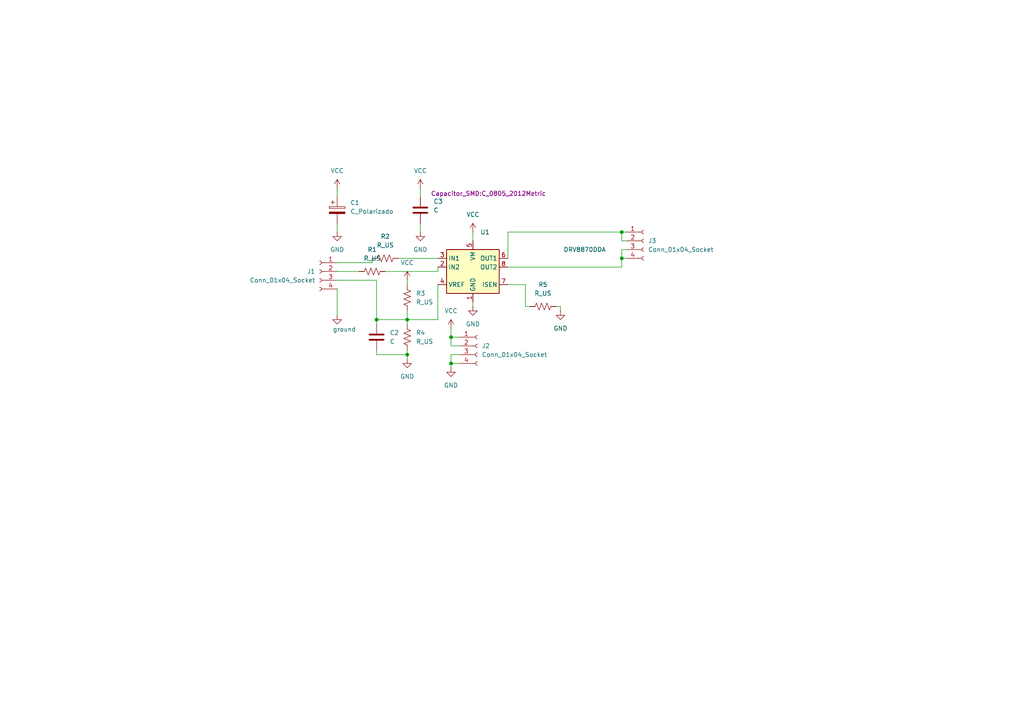
<source format=kicad_sch>
(kicad_sch
	(version 20250114)
	(generator "eeschema")
	(generator_version "9.0")
	(uuid "1ad96fb6-7e52-49d4-a520-d46dcf6507b2")
	(paper "A4")
	(title_block
		(title "JQ_H_Bridge_V1.0")
		(rev "11/20/2025")
		(company "Jhanquelis_SRL")
		(comment 1 "Good")
	)
	(lib_symbols
		(symbol "Connector:Conn_01x04_Socket"
			(pin_names
				(offset 1.016)
				(hide yes)
			)
			(exclude_from_sim no)
			(in_bom yes)
			(on_board yes)
			(property "Reference" "J"
				(at 0 5.08 0)
				(effects
					(font
						(size 1.27 1.27)
					)
				)
			)
			(property "Value" "Conn_01x04_Socket"
				(at 0 -7.62 0)
				(effects
					(font
						(size 1.27 1.27)
					)
				)
			)
			(property "Footprint" ""
				(at 0 0 0)
				(effects
					(font
						(size 1.27 1.27)
					)
					(hide yes)
				)
			)
			(property "Datasheet" "~"
				(at 0 0 0)
				(effects
					(font
						(size 1.27 1.27)
					)
					(hide yes)
				)
			)
			(property "Description" "Generic connector, single row, 01x04, script generated"
				(at 0 0 0)
				(effects
					(font
						(size 1.27 1.27)
					)
					(hide yes)
				)
			)
			(property "ki_locked" ""
				(at 0 0 0)
				(effects
					(font
						(size 1.27 1.27)
					)
				)
			)
			(property "ki_keywords" "connector"
				(at 0 0 0)
				(effects
					(font
						(size 1.27 1.27)
					)
					(hide yes)
				)
			)
			(property "ki_fp_filters" "Connector*:*_1x??_*"
				(at 0 0 0)
				(effects
					(font
						(size 1.27 1.27)
					)
					(hide yes)
				)
			)
			(symbol "Conn_01x04_Socket_1_1"
				(polyline
					(pts
						(xy -1.27 2.54) (xy -0.508 2.54)
					)
					(stroke
						(width 0.1524)
						(type default)
					)
					(fill
						(type none)
					)
				)
				(polyline
					(pts
						(xy -1.27 0) (xy -0.508 0)
					)
					(stroke
						(width 0.1524)
						(type default)
					)
					(fill
						(type none)
					)
				)
				(polyline
					(pts
						(xy -1.27 -2.54) (xy -0.508 -2.54)
					)
					(stroke
						(width 0.1524)
						(type default)
					)
					(fill
						(type none)
					)
				)
				(polyline
					(pts
						(xy -1.27 -5.08) (xy -0.508 -5.08)
					)
					(stroke
						(width 0.1524)
						(type default)
					)
					(fill
						(type none)
					)
				)
				(arc
					(start 0 2.032)
					(mid -0.5058 2.54)
					(end 0 3.048)
					(stroke
						(width 0.1524)
						(type default)
					)
					(fill
						(type none)
					)
				)
				(arc
					(start 0 -0.508)
					(mid -0.5058 0)
					(end 0 0.508)
					(stroke
						(width 0.1524)
						(type default)
					)
					(fill
						(type none)
					)
				)
				(arc
					(start 0 -3.048)
					(mid -0.5058 -2.54)
					(end 0 -2.032)
					(stroke
						(width 0.1524)
						(type default)
					)
					(fill
						(type none)
					)
				)
				(arc
					(start 0 -5.588)
					(mid -0.5058 -5.08)
					(end 0 -4.572)
					(stroke
						(width 0.1524)
						(type default)
					)
					(fill
						(type none)
					)
				)
				(pin passive line
					(at -5.08 2.54 0)
					(length 3.81)
					(name "Pin_1"
						(effects
							(font
								(size 1.27 1.27)
							)
						)
					)
					(number "1"
						(effects
							(font
								(size 1.27 1.27)
							)
						)
					)
				)
				(pin passive line
					(at -5.08 0 0)
					(length 3.81)
					(name "Pin_2"
						(effects
							(font
								(size 1.27 1.27)
							)
						)
					)
					(number "2"
						(effects
							(font
								(size 1.27 1.27)
							)
						)
					)
				)
				(pin passive line
					(at -5.08 -2.54 0)
					(length 3.81)
					(name "Pin_3"
						(effects
							(font
								(size 1.27 1.27)
							)
						)
					)
					(number "3"
						(effects
							(font
								(size 1.27 1.27)
							)
						)
					)
				)
				(pin passive line
					(at -5.08 -5.08 0)
					(length 3.81)
					(name "Pin_4"
						(effects
							(font
								(size 1.27 1.27)
							)
						)
					)
					(number "4"
						(effects
							(font
								(size 1.27 1.27)
							)
						)
					)
				)
			)
			(embedded_fonts no)
		)
		(symbol "Device:C"
			(pin_numbers
				(hide yes)
			)
			(pin_names
				(offset 0.254)
			)
			(exclude_from_sim no)
			(in_bom yes)
			(on_board yes)
			(property "Reference" "C"
				(at 0.635 2.54 0)
				(effects
					(font
						(size 1.27 1.27)
					)
					(justify left)
				)
			)
			(property "Value" "C"
				(at 0.635 -2.54 0)
				(effects
					(font
						(size 1.27 1.27)
					)
					(justify left)
				)
			)
			(property "Footprint" ""
				(at 0.9652 -3.81 0)
				(effects
					(font
						(size 1.27 1.27)
					)
					(hide yes)
				)
			)
			(property "Datasheet" "~"
				(at 0 0 0)
				(effects
					(font
						(size 1.27 1.27)
					)
					(hide yes)
				)
			)
			(property "Description" "Unpolarized capacitor"
				(at 0 0 0)
				(effects
					(font
						(size 1.27 1.27)
					)
					(hide yes)
				)
			)
			(property "ki_keywords" "cap capacitor"
				(at 0 0 0)
				(effects
					(font
						(size 1.27 1.27)
					)
					(hide yes)
				)
			)
			(property "ki_fp_filters" "C_*"
				(at 0 0 0)
				(effects
					(font
						(size 1.27 1.27)
					)
					(hide yes)
				)
			)
			(symbol "C_0_1"
				(polyline
					(pts
						(xy -2.032 0.762) (xy 2.032 0.762)
					)
					(stroke
						(width 0.508)
						(type default)
					)
					(fill
						(type none)
					)
				)
				(polyline
					(pts
						(xy -2.032 -0.762) (xy 2.032 -0.762)
					)
					(stroke
						(width 0.508)
						(type default)
					)
					(fill
						(type none)
					)
				)
			)
			(symbol "C_1_1"
				(pin passive line
					(at 0 3.81 270)
					(length 2.794)
					(name "~"
						(effects
							(font
								(size 1.27 1.27)
							)
						)
					)
					(number "1"
						(effects
							(font
								(size 1.27 1.27)
							)
						)
					)
				)
				(pin passive line
					(at 0 -3.81 90)
					(length 2.794)
					(name "~"
						(effects
							(font
								(size 1.27 1.27)
							)
						)
					)
					(number "2"
						(effects
							(font
								(size 1.27 1.27)
							)
						)
					)
				)
			)
			(embedded_fonts no)
		)
		(symbol "Device:C_Polarized"
			(pin_numbers
				(hide yes)
			)
			(pin_names
				(offset 0.254)
			)
			(exclude_from_sim no)
			(in_bom yes)
			(on_board yes)
			(property "Reference" "C"
				(at 0.635 2.54 0)
				(effects
					(font
						(size 1.27 1.27)
					)
					(justify left)
				)
			)
			(property "Value" "C_Polarized"
				(at 0.635 -2.54 0)
				(effects
					(font
						(size 1.27 1.27)
					)
					(justify left)
				)
			)
			(property "Footprint" ""
				(at 0.9652 -3.81 0)
				(effects
					(font
						(size 1.27 1.27)
					)
					(hide yes)
				)
			)
			(property "Datasheet" "~"
				(at 0 0 0)
				(effects
					(font
						(size 1.27 1.27)
					)
					(hide yes)
				)
			)
			(property "Description" "Polarized capacitor"
				(at 0 0 0)
				(effects
					(font
						(size 1.27 1.27)
					)
					(hide yes)
				)
			)
			(property "ki_keywords" "cap capacitor"
				(at 0 0 0)
				(effects
					(font
						(size 1.27 1.27)
					)
					(hide yes)
				)
			)
			(property "ki_fp_filters" "CP_*"
				(at 0 0 0)
				(effects
					(font
						(size 1.27 1.27)
					)
					(hide yes)
				)
			)
			(symbol "C_Polarized_0_1"
				(rectangle
					(start -2.286 0.508)
					(end 2.286 1.016)
					(stroke
						(width 0)
						(type default)
					)
					(fill
						(type none)
					)
				)
				(polyline
					(pts
						(xy -1.778 2.286) (xy -0.762 2.286)
					)
					(stroke
						(width 0)
						(type default)
					)
					(fill
						(type none)
					)
				)
				(polyline
					(pts
						(xy -1.27 2.794) (xy -1.27 1.778)
					)
					(stroke
						(width 0)
						(type default)
					)
					(fill
						(type none)
					)
				)
				(rectangle
					(start 2.286 -0.508)
					(end -2.286 -1.016)
					(stroke
						(width 0)
						(type default)
					)
					(fill
						(type outline)
					)
				)
			)
			(symbol "C_Polarized_1_1"
				(pin passive line
					(at 0 3.81 270)
					(length 2.794)
					(name "~"
						(effects
							(font
								(size 1.27 1.27)
							)
						)
					)
					(number "1"
						(effects
							(font
								(size 1.27 1.27)
							)
						)
					)
				)
				(pin passive line
					(at 0 -3.81 90)
					(length 2.794)
					(name "~"
						(effects
							(font
								(size 1.27 1.27)
							)
						)
					)
					(number "2"
						(effects
							(font
								(size 1.27 1.27)
							)
						)
					)
				)
			)
			(embedded_fonts no)
		)
		(symbol "Device:R_US"
			(pin_numbers
				(hide yes)
			)
			(pin_names
				(offset 0)
			)
			(exclude_from_sim no)
			(in_bom yes)
			(on_board yes)
			(property "Reference" "R"
				(at 2.54 0 90)
				(effects
					(font
						(size 1.27 1.27)
					)
				)
			)
			(property "Value" "R_US"
				(at -2.54 0 90)
				(effects
					(font
						(size 1.27 1.27)
					)
				)
			)
			(property "Footprint" ""
				(at 1.016 -0.254 90)
				(effects
					(font
						(size 1.27 1.27)
					)
					(hide yes)
				)
			)
			(property "Datasheet" "~"
				(at 0 0 0)
				(effects
					(font
						(size 1.27 1.27)
					)
					(hide yes)
				)
			)
			(property "Description" "Resistor, US symbol"
				(at 0 0 0)
				(effects
					(font
						(size 1.27 1.27)
					)
					(hide yes)
				)
			)
			(property "ki_keywords" "R res resistor"
				(at 0 0 0)
				(effects
					(font
						(size 1.27 1.27)
					)
					(hide yes)
				)
			)
			(property "ki_fp_filters" "R_*"
				(at 0 0 0)
				(effects
					(font
						(size 1.27 1.27)
					)
					(hide yes)
				)
			)
			(symbol "R_US_0_1"
				(polyline
					(pts
						(xy 0 2.286) (xy 0 2.54)
					)
					(stroke
						(width 0)
						(type default)
					)
					(fill
						(type none)
					)
				)
				(polyline
					(pts
						(xy 0 2.286) (xy 1.016 1.905) (xy 0 1.524) (xy -1.016 1.143) (xy 0 0.762)
					)
					(stroke
						(width 0)
						(type default)
					)
					(fill
						(type none)
					)
				)
				(polyline
					(pts
						(xy 0 0.762) (xy 1.016 0.381) (xy 0 0) (xy -1.016 -0.381) (xy 0 -0.762)
					)
					(stroke
						(width 0)
						(type default)
					)
					(fill
						(type none)
					)
				)
				(polyline
					(pts
						(xy 0 -0.762) (xy 1.016 -1.143) (xy 0 -1.524) (xy -1.016 -1.905) (xy 0 -2.286)
					)
					(stroke
						(width 0)
						(type default)
					)
					(fill
						(type none)
					)
				)
				(polyline
					(pts
						(xy 0 -2.286) (xy 0 -2.54)
					)
					(stroke
						(width 0)
						(type default)
					)
					(fill
						(type none)
					)
				)
			)
			(symbol "R_US_1_1"
				(pin passive line
					(at 0 3.81 270)
					(length 1.27)
					(name "~"
						(effects
							(font
								(size 1.27 1.27)
							)
						)
					)
					(number "1"
						(effects
							(font
								(size 1.27 1.27)
							)
						)
					)
				)
				(pin passive line
					(at 0 -3.81 90)
					(length 1.27)
					(name "~"
						(effects
							(font
								(size 1.27 1.27)
							)
						)
					)
					(number "2"
						(effects
							(font
								(size 1.27 1.27)
							)
						)
					)
				)
			)
			(embedded_fonts no)
		)
		(symbol "Driver_Motor:DRV8870DDA"
			(exclude_from_sim no)
			(in_bom yes)
			(on_board yes)
			(property "Reference" "U"
				(at -6.35 6.35 0)
				(effects
					(font
						(size 1.27 1.27)
					)
				)
			)
			(property "Value" "DRV8870DDA"
				(at 8.89 6.35 0)
				(effects
					(font
						(size 1.27 1.27)
					)
				)
			)
			(property "Footprint" "Package_SO:Texas_HTSOP-8-1EP_3.9x4.9mm_P1.27mm_EP2.95x4.9mm_Mask2.4x3.1mm_ThermalVias"
				(at 2.54 -2.54 0)
				(effects
					(font
						(size 1.27 1.27)
					)
					(hide yes)
				)
			)
			(property "Datasheet" "http://www.ti.com/lit/ds/symlink/drv8870.pdf"
				(at -6.35 8.89 0)
				(effects
					(font
						(size 1.27 1.27)
					)
					(hide yes)
				)
			)
			(property "Description" "Brushed DC Motor Driver, PWM Control, 45V, 3.6A, Dynamic current limiting, HTSOP-8"
				(at 0 0 0)
				(effects
					(font
						(size 1.27 1.27)
					)
					(hide yes)
				)
			)
			(property "ki_keywords" "H-bridge driver motor current limit"
				(at 0 0 0)
				(effects
					(font
						(size 1.27 1.27)
					)
					(hide yes)
				)
			)
			(property "ki_fp_filters" "Texas*HTSOP*1EP*3.9x4.9mm*P1.27mm*EP2.95x4.9mm*Mask2.4x3.1mm*"
				(at 0 0 0)
				(effects
					(font
						(size 1.27 1.27)
					)
					(hide yes)
				)
			)
			(symbol "DRV8870DDA_0_1"
				(rectangle
					(start -7.62 5.08)
					(end 7.62 -7.62)
					(stroke
						(width 0.254)
						(type default)
					)
					(fill
						(type background)
					)
				)
			)
			(symbol "DRV8870DDA_1_1"
				(pin input line
					(at -10.16 2.54 0)
					(length 2.54)
					(name "IN1"
						(effects
							(font
								(size 1.27 1.27)
							)
						)
					)
					(number "3"
						(effects
							(font
								(size 1.27 1.27)
							)
						)
					)
				)
				(pin input line
					(at -10.16 0 0)
					(length 2.54)
					(name "IN2"
						(effects
							(font
								(size 1.27 1.27)
							)
						)
					)
					(number "2"
						(effects
							(font
								(size 1.27 1.27)
							)
						)
					)
				)
				(pin input line
					(at -10.16 -5.08 0)
					(length 2.54)
					(name "VREF"
						(effects
							(font
								(size 1.27 1.27)
							)
						)
					)
					(number "4"
						(effects
							(font
								(size 1.27 1.27)
							)
						)
					)
				)
				(pin power_in line
					(at 0 7.62 270)
					(length 2.54)
					(name "VM"
						(effects
							(font
								(size 1.27 1.27)
							)
						)
					)
					(number "5"
						(effects
							(font
								(size 1.27 1.27)
							)
						)
					)
				)
				(pin power_in line
					(at 0 -10.16 90)
					(length 2.54)
					(name "GND"
						(effects
							(font
								(size 1.27 1.27)
							)
						)
					)
					(number "1"
						(effects
							(font
								(size 1.27 1.27)
							)
						)
					)
				)
				(pin passive line
					(at 0 -10.16 90)
					(length 2.54)
					(hide yes)
					(name "GND"
						(effects
							(font
								(size 1.27 1.27)
							)
						)
					)
					(number "9"
						(effects
							(font
								(size 1.27 1.27)
							)
						)
					)
				)
				(pin output line
					(at 10.16 2.54 180)
					(length 2.54)
					(name "OUT1"
						(effects
							(font
								(size 1.27 1.27)
							)
						)
					)
					(number "6"
						(effects
							(font
								(size 1.27 1.27)
							)
						)
					)
				)
				(pin output line
					(at 10.16 0 180)
					(length 2.54)
					(name "OUT2"
						(effects
							(font
								(size 1.27 1.27)
							)
						)
					)
					(number "8"
						(effects
							(font
								(size 1.27 1.27)
							)
						)
					)
				)
				(pin passive line
					(at 10.16 -5.08 180)
					(length 2.54)
					(name "ISEN"
						(effects
							(font
								(size 1.27 1.27)
							)
						)
					)
					(number "7"
						(effects
							(font
								(size 1.27 1.27)
							)
						)
					)
				)
			)
			(embedded_fonts no)
		)
		(symbol "power:GND"
			(power)
			(pin_numbers
				(hide yes)
			)
			(pin_names
				(offset 0)
				(hide yes)
			)
			(exclude_from_sim no)
			(in_bom yes)
			(on_board yes)
			(property "Reference" "#PWR"
				(at 0 -6.35 0)
				(effects
					(font
						(size 1.27 1.27)
					)
					(hide yes)
				)
			)
			(property "Value" "GND"
				(at 0 -3.81 0)
				(effects
					(font
						(size 1.27 1.27)
					)
				)
			)
			(property "Footprint" ""
				(at 0 0 0)
				(effects
					(font
						(size 1.27 1.27)
					)
					(hide yes)
				)
			)
			(property "Datasheet" ""
				(at 0 0 0)
				(effects
					(font
						(size 1.27 1.27)
					)
					(hide yes)
				)
			)
			(property "Description" "Power symbol creates a global label with name \"GND\" , ground"
				(at 0 0 0)
				(effects
					(font
						(size 1.27 1.27)
					)
					(hide yes)
				)
			)
			(property "ki_keywords" "global power"
				(at 0 0 0)
				(effects
					(font
						(size 1.27 1.27)
					)
					(hide yes)
				)
			)
			(symbol "GND_0_1"
				(polyline
					(pts
						(xy 0 0) (xy 0 -1.27) (xy 1.27 -1.27) (xy 0 -2.54) (xy -1.27 -1.27) (xy 0 -1.27)
					)
					(stroke
						(width 0)
						(type default)
					)
					(fill
						(type none)
					)
				)
			)
			(symbol "GND_1_1"
				(pin power_in line
					(at 0 0 270)
					(length 0)
					(name "~"
						(effects
							(font
								(size 1.27 1.27)
							)
						)
					)
					(number "1"
						(effects
							(font
								(size 1.27 1.27)
							)
						)
					)
				)
			)
			(embedded_fonts no)
		)
		(symbol "power:VCC"
			(power)
			(pin_numbers
				(hide yes)
			)
			(pin_names
				(offset 0)
				(hide yes)
			)
			(exclude_from_sim no)
			(in_bom yes)
			(on_board yes)
			(property "Reference" "#PWR"
				(at 0 -3.81 0)
				(effects
					(font
						(size 1.27 1.27)
					)
					(hide yes)
				)
			)
			(property "Value" "VCC"
				(at 0 3.556 0)
				(effects
					(font
						(size 1.27 1.27)
					)
				)
			)
			(property "Footprint" ""
				(at 0 0 0)
				(effects
					(font
						(size 1.27 1.27)
					)
					(hide yes)
				)
			)
			(property "Datasheet" ""
				(at 0 0 0)
				(effects
					(font
						(size 1.27 1.27)
					)
					(hide yes)
				)
			)
			(property "Description" "Power symbol creates a global label with name \"VCC\""
				(at 0 0 0)
				(effects
					(font
						(size 1.27 1.27)
					)
					(hide yes)
				)
			)
			(property "ki_keywords" "global power"
				(at 0 0 0)
				(effects
					(font
						(size 1.27 1.27)
					)
					(hide yes)
				)
			)
			(symbol "VCC_0_1"
				(polyline
					(pts
						(xy -0.762 1.27) (xy 0 2.54)
					)
					(stroke
						(width 0)
						(type default)
					)
					(fill
						(type none)
					)
				)
				(polyline
					(pts
						(xy 0 2.54) (xy 0.762 1.27)
					)
					(stroke
						(width 0)
						(type default)
					)
					(fill
						(type none)
					)
				)
				(polyline
					(pts
						(xy 0 0) (xy 0 2.54)
					)
					(stroke
						(width 0)
						(type default)
					)
					(fill
						(type none)
					)
				)
			)
			(symbol "VCC_1_1"
				(pin power_in line
					(at 0 0 90)
					(length 0)
					(name "~"
						(effects
							(font
								(size 1.27 1.27)
							)
						)
					)
					(number "1"
						(effects
							(font
								(size 1.27 1.27)
							)
						)
					)
				)
			)
			(embedded_fonts no)
		)
	)
	(junction
		(at 118.11 92.71)
		(diameter 0)
		(color 0 0 0 0)
		(uuid "01a1b2d6-d674-4ce6-b638-62790900f89a")
	)
	(junction
		(at 180.34 74.93)
		(diameter 0)
		(color 0 0 0 0)
		(uuid "1b894a7b-620d-43f1-80a9-9e37b6055066")
	)
	(junction
		(at 130.81 97.79)
		(diameter 0)
		(color 0 0 0 0)
		(uuid "21e19ee7-8290-4825-92bf-8398dbf927c7")
	)
	(junction
		(at 109.22 92.71)
		(diameter 0)
		(color 0 0 0 0)
		(uuid "3d03570b-202b-4405-8652-7582656e0944")
	)
	(junction
		(at 130.81 105.41)
		(diameter 0)
		(color 0 0 0 0)
		(uuid "69298804-aaaa-48a0-9a17-e7eb72ac6a28")
	)
	(junction
		(at 118.11 102.87)
		(diameter 0)
		(color 0 0 0 0)
		(uuid "89960ba8-e962-451d-a476-977e6b919fad")
	)
	(junction
		(at 180.34 67.31)
		(diameter 0)
		(color 0 0 0 0)
		(uuid "d805b82a-f296-4957-8da7-49fee0f39c2e")
	)
	(wire
		(pts
			(xy 130.81 95.25) (xy 130.81 97.79)
		)
		(stroke
			(width 0)
			(type default)
		)
		(uuid "01cb1a05-17eb-4ebb-8dde-0c5e282107d2")
	)
	(wire
		(pts
			(xy 130.81 97.79) (xy 130.81 100.33)
		)
		(stroke
			(width 0)
			(type default)
		)
		(uuid "051c6f1c-32d3-4837-a4ba-bb99d5b1bab4")
	)
	(wire
		(pts
			(xy 97.79 64.77) (xy 97.79 67.31)
		)
		(stroke
			(width 0)
			(type default)
		)
		(uuid "0da89491-886f-430c-80cb-f070d2c9f07a")
	)
	(wire
		(pts
			(xy 152.4 82.55) (xy 147.32 82.55)
		)
		(stroke
			(width 0)
			(type default)
		)
		(uuid "15b3db59-d421-4c26-8fb2-e3fc54c90836")
	)
	(wire
		(pts
			(xy 147.32 77.47) (xy 180.34 77.47)
		)
		(stroke
			(width 0)
			(type default)
		)
		(uuid "1ae0bb28-d711-485a-924a-d0289157e743")
	)
	(wire
		(pts
			(xy 130.81 105.41) (xy 130.81 106.68)
		)
		(stroke
			(width 0)
			(type default)
		)
		(uuid "2501ebcd-b125-4f05-a092-d86be3d9367f")
	)
	(wire
		(pts
			(xy 147.32 67.31) (xy 180.34 67.31)
		)
		(stroke
			(width 0)
			(type default)
		)
		(uuid "2d63d70f-1451-4885-a1d7-1ffa3e0d9a44")
	)
	(wire
		(pts
			(xy 181.61 72.39) (xy 180.34 72.39)
		)
		(stroke
			(width 0)
			(type default)
		)
		(uuid "302e387f-ec09-4770-9e70-347afddc2f03")
	)
	(wire
		(pts
			(xy 118.11 81.28) (xy 118.11 82.55)
		)
		(stroke
			(width 0)
			(type default)
		)
		(uuid "3108a87c-f823-442e-861d-4c01296cdb99")
	)
	(wire
		(pts
			(xy 115.57 74.93) (xy 127 74.93)
		)
		(stroke
			(width 0)
			(type default)
		)
		(uuid "360c3add-1b28-4c73-8c20-dc1f67c3351a")
	)
	(wire
		(pts
			(xy 118.11 102.87) (xy 118.11 104.14)
		)
		(stroke
			(width 0)
			(type default)
		)
		(uuid "41276ae3-ba56-417c-9462-e7a1889a5df6")
	)
	(wire
		(pts
			(xy 118.11 90.17) (xy 118.11 92.71)
		)
		(stroke
			(width 0)
			(type default)
		)
		(uuid "4562b4b3-e97c-4126-b7ed-ad5df1896bb0")
	)
	(wire
		(pts
			(xy 147.32 67.31) (xy 147.32 74.93)
		)
		(stroke
			(width 0)
			(type default)
		)
		(uuid "47fb36c9-f80e-4f8d-85d0-4a3d34f3bda4")
	)
	(wire
		(pts
			(xy 162.56 88.9) (xy 162.56 90.17)
		)
		(stroke
			(width 0)
			(type default)
		)
		(uuid "4908fabb-80c0-4d9e-a6da-2c4fea24f715")
	)
	(wire
		(pts
			(xy 107.95 76.2) (xy 107.95 74.93)
		)
		(stroke
			(width 0)
			(type default)
		)
		(uuid "50de8b0a-3614-417b-92f6-6d6070436cd5")
	)
	(wire
		(pts
			(xy 109.22 92.71) (xy 109.22 93.98)
		)
		(stroke
			(width 0)
			(type default)
		)
		(uuid "561bd380-f710-40ff-9301-562462903987")
	)
	(wire
		(pts
			(xy 121.92 54.61) (xy 121.92 57.15)
		)
		(stroke
			(width 0)
			(type default)
		)
		(uuid "56f02cc3-b46f-4ab8-83c3-e631b14cbc02")
	)
	(wire
		(pts
			(xy 97.79 76.2) (xy 107.95 76.2)
		)
		(stroke
			(width 0)
			(type default)
		)
		(uuid "5faca62c-3140-4dc6-9f37-92dd4ac680dd")
	)
	(wire
		(pts
			(xy 121.92 64.77) (xy 121.92 67.31)
		)
		(stroke
			(width 0)
			(type default)
		)
		(uuid "603b57b7-20f7-44ba-a66d-6449bce1e252")
	)
	(wire
		(pts
			(xy 97.79 83.82) (xy 97.79 91.44)
		)
		(stroke
			(width 0)
			(type default)
		)
		(uuid "6acee138-2df6-4ef0-a9d8-57a43efed539")
	)
	(wire
		(pts
			(xy 109.22 102.87) (xy 118.11 102.87)
		)
		(stroke
			(width 0)
			(type default)
		)
		(uuid "6c3f376b-1516-4a35-9c12-d8d0bd7b75a8")
	)
	(wire
		(pts
			(xy 161.29 88.9) (xy 162.56 88.9)
		)
		(stroke
			(width 0)
			(type default)
		)
		(uuid "6fb126cd-533c-4783-8b39-a7c2b6c3df2f")
	)
	(wire
		(pts
			(xy 180.34 69.85) (xy 181.61 69.85)
		)
		(stroke
			(width 0)
			(type default)
		)
		(uuid "6fd77378-f9c7-481f-846f-d64884cacf23")
	)
	(wire
		(pts
			(xy 118.11 92.71) (xy 118.11 93.98)
		)
		(stroke
			(width 0)
			(type default)
		)
		(uuid "7331d050-a77c-45da-a9d3-321439c61136")
	)
	(wire
		(pts
			(xy 133.35 105.41) (xy 130.81 105.41)
		)
		(stroke
			(width 0)
			(type default)
		)
		(uuid "735aba22-2f8b-4da3-9381-91f9e71d41f5")
	)
	(wire
		(pts
			(xy 180.34 67.31) (xy 180.34 69.85)
		)
		(stroke
			(width 0)
			(type default)
		)
		(uuid "775b5832-92e2-4cd9-80d6-e93fd9170b7a")
	)
	(wire
		(pts
			(xy 118.11 101.6) (xy 118.11 102.87)
		)
		(stroke
			(width 0)
			(type default)
		)
		(uuid "8d25bb8c-641f-4e2e-ab96-daf2c2b251f1")
	)
	(wire
		(pts
			(xy 109.22 81.28) (xy 109.22 92.71)
		)
		(stroke
			(width 0)
			(type default)
		)
		(uuid "8e47b495-7dc1-45c1-9627-9605e0ee49a1")
	)
	(wire
		(pts
			(xy 137.16 67.31) (xy 137.16 69.85)
		)
		(stroke
			(width 0)
			(type default)
		)
		(uuid "97d8d8f5-dec8-4b68-8bdb-c5ba3b82588b")
	)
	(wire
		(pts
			(xy 133.35 102.87) (xy 130.81 102.87)
		)
		(stroke
			(width 0)
			(type default)
		)
		(uuid "a854080b-2b43-46cb-84da-0930a65d3837")
	)
	(wire
		(pts
			(xy 127 82.55) (xy 127 92.71)
		)
		(stroke
			(width 0)
			(type default)
		)
		(uuid "ab58aede-c4ba-4195-8491-ef8e2acbe96c")
	)
	(wire
		(pts
			(xy 127 92.71) (xy 118.11 92.71)
		)
		(stroke
			(width 0)
			(type default)
		)
		(uuid "ac084fbb-8b18-4474-af81-ce379292c86a")
	)
	(wire
		(pts
			(xy 127 78.74) (xy 127 77.47)
		)
		(stroke
			(width 0)
			(type default)
		)
		(uuid "aef7d2fb-9408-4487-be5d-8586178b157b")
	)
	(wire
		(pts
			(xy 152.4 88.9) (xy 152.4 82.55)
		)
		(stroke
			(width 0)
			(type default)
		)
		(uuid "b0fd9fc3-ddcf-408e-84f0-a4cd2796dc1b")
	)
	(wire
		(pts
			(xy 180.34 67.31) (xy 181.61 67.31)
		)
		(stroke
			(width 0)
			(type default)
		)
		(uuid "b74dc0f7-bde5-48dc-93b0-592e45f08652")
	)
	(wire
		(pts
			(xy 97.79 81.28) (xy 109.22 81.28)
		)
		(stroke
			(width 0)
			(type default)
		)
		(uuid "be2208ca-1f34-431a-9464-75f83ee1c896")
	)
	(wire
		(pts
			(xy 180.34 74.93) (xy 180.34 77.47)
		)
		(stroke
			(width 0)
			(type default)
		)
		(uuid "bed7aaa4-931f-4120-9708-44a7ecb91e11")
	)
	(wire
		(pts
			(xy 133.35 97.79) (xy 130.81 97.79)
		)
		(stroke
			(width 0)
			(type default)
		)
		(uuid "c22e94a9-689b-491a-948f-862e4bead6d1")
	)
	(wire
		(pts
			(xy 109.22 101.6) (xy 109.22 102.87)
		)
		(stroke
			(width 0)
			(type default)
		)
		(uuid "cc61a9ac-1b7d-4c9d-b2b2-87e11c20a4fd")
	)
	(wire
		(pts
			(xy 97.79 54.61) (xy 97.79 57.15)
		)
		(stroke
			(width 0)
			(type default)
		)
		(uuid "d00ac59c-2e23-4956-837e-5f7fb978922b")
	)
	(wire
		(pts
			(xy 111.76 78.74) (xy 127 78.74)
		)
		(stroke
			(width 0)
			(type default)
		)
		(uuid "dd9d9981-b90c-4809-945e-e3f27bf0e910")
	)
	(wire
		(pts
			(xy 130.81 100.33) (xy 133.35 100.33)
		)
		(stroke
			(width 0)
			(type default)
		)
		(uuid "de8030ff-f2f5-4dd8-97ac-20549eb77995")
	)
	(wire
		(pts
			(xy 130.81 102.87) (xy 130.81 105.41)
		)
		(stroke
			(width 0)
			(type default)
		)
		(uuid "e105118c-e99b-428c-a7f7-92bf5b359c41")
	)
	(wire
		(pts
			(xy 97.79 78.74) (xy 104.14 78.74)
		)
		(stroke
			(width 0)
			(type default)
		)
		(uuid "e26ae6fd-93ee-4a2a-b6c1-a55e76e887d6")
	)
	(wire
		(pts
			(xy 152.4 88.9) (xy 153.67 88.9)
		)
		(stroke
			(width 0)
			(type default)
		)
		(uuid "eab8171c-3fb9-42d9-901c-e576bb1e3a03")
	)
	(wire
		(pts
			(xy 180.34 74.93) (xy 181.61 74.93)
		)
		(stroke
			(width 0)
			(type default)
		)
		(uuid "ead99d49-75d2-44f5-b71f-9d8da500e59d")
	)
	(wire
		(pts
			(xy 109.22 92.71) (xy 118.11 92.71)
		)
		(stroke
			(width 0)
			(type default)
		)
		(uuid "f27dd18f-0b09-429d-a21e-25fa815dad5c")
	)
	(wire
		(pts
			(xy 137.16 87.63) (xy 137.16 88.9)
		)
		(stroke
			(width 0)
			(type default)
		)
		(uuid "f9b90622-396b-43e1-b2c9-ece3d33800a8")
	)
	(wire
		(pts
			(xy 180.34 72.39) (xy 180.34 74.93)
		)
		(stroke
			(width 0)
			(type default)
		)
		(uuid "fb279a63-7bc8-4485-abdf-ade92a28cd30")
	)
	(symbol
		(lib_id "power:VCC")
		(at 121.92 54.61 0)
		(unit 1)
		(exclude_from_sim no)
		(in_bom yes)
		(on_board yes)
		(dnp no)
		(fields_autoplaced yes)
		(uuid "02bd734b-6dd0-4b9f-9835-6a25af64eeff")
		(property "Reference" "#PWR03"
			(at 121.92 58.42 0)
			(effects
				(font
					(size 1.27 1.27)
				)
				(hide yes)
			)
		)
		(property "Value" "VCC"
			(at 121.92 49.53 0)
			(effects
				(font
					(size 1.27 1.27)
				)
			)
		)
		(property "Footprint" ""
			(at 121.92 54.61 0)
			(effects
				(font
					(size 1.27 1.27)
				)
				(hide yes)
			)
		)
		(property "Datasheet" ""
			(at 121.92 54.61 0)
			(effects
				(font
					(size 1.27 1.27)
				)
				(hide yes)
			)
		)
		(property "Description" "Power symbol creates a global label with name \"VCC\""
			(at 121.92 54.61 0)
			(effects
				(font
					(size 1.27 1.27)
				)
				(hide yes)
			)
		)
		(pin "1"
			(uuid "2f80438b-2a13-432b-9c33-cb95ced648f8")
		)
		(instances
			(project "puente h"
				(path "/1ad96fb6-7e52-49d4-a520-d46dcf6507b2"
					(reference "#PWR03")
					(unit 1)
				)
			)
		)
	)
	(symbol
		(lib_id "Driver_Motor:DRV8870DDA")
		(at 137.16 77.47 0)
		(unit 1)
		(exclude_from_sim no)
		(in_bom yes)
		(on_board yes)
		(dnp no)
		(uuid "086000a8-0715-42c6-8c50-321aa636e51e")
		(property "Reference" "U1"
			(at 139.3033 67.31 0)
			(effects
				(font
					(size 1.27 1.27)
				)
				(justify left)
			)
		)
		(property "Value" "DRV8870DDA"
			(at 163.4333 72.39 0)
			(effects
				(font
					(size 1.27 1.27)
				)
				(justify left)
			)
		)
		(property "Footprint" "Package_SO:Texas_HTSOP-8-1EP_3.9x4.9mm_P1.27mm_EP2.95x4.9mm_Mask2.4x3.1mm_ThermalVias"
			(at 139.7 80.01 0)
			(effects
				(font
					(size 1.27 1.27)
				)
				(hide yes)
			)
		)
		(property "Datasheet" "http://www.ti.com/lit/ds/symlink/drv8870.pdf"
			(at 130.81 68.58 0)
			(effects
				(font
					(size 1.27 1.27)
				)
				(hide yes)
			)
		)
		(property "Description" "Brushed DC Motor Driver, PWM Control, 45V, 3.6A, Dynamic current limiting, HTSOP-8"
			(at 137.16 77.47 0)
			(effects
				(font
					(size 1.27 1.27)
				)
				(hide yes)
			)
		)
		(pin "3"
			(uuid "0575f7b0-3b55-4ad6-a308-e9405f1f62c5")
		)
		(pin "2"
			(uuid "720cb812-6ab8-4f06-a5a7-c80db4a27973")
		)
		(pin "5"
			(uuid "1008bca4-63d7-4a04-a5c3-6dd3f28284fb")
		)
		(pin "4"
			(uuid "57f15823-193c-42eb-9792-a228dc786bc6")
		)
		(pin "1"
			(uuid "44b1c14a-2c6b-489d-8fd7-49c9144d16ea")
		)
		(pin "8"
			(uuid "ab247967-381b-4ef6-80ca-ac495407b6a4")
		)
		(pin "6"
			(uuid "a35040ff-fd25-4c83-bd47-07a1172d9fc0")
		)
		(pin "9"
			(uuid "001bc237-9ea3-4fb8-9b33-25c2d00e4068")
		)
		(pin "7"
			(uuid "51db7fac-acf0-4b22-ba62-0d4743c81aab")
		)
		(instances
			(project ""
				(path "/1ad96fb6-7e52-49d4-a520-d46dcf6507b2"
					(reference "U1")
					(unit 1)
				)
			)
		)
	)
	(symbol
		(lib_id "Device:C")
		(at 121.92 60.96 0)
		(unit 1)
		(exclude_from_sim no)
		(in_bom yes)
		(on_board yes)
		(dnp no)
		(uuid "12ab5a23-bde2-42e2-91e2-db1be1068578")
		(property "Reference" "C3"
			(at 125.73 58.4199 0)
			(effects
				(font
					(size 1.27 1.27)
				)
				(justify left)
			)
		)
		(property "Value" "C"
			(at 125.73 60.9599 0)
			(effects
				(font
					(size 1.27 1.27)
				)
				(justify left)
			)
		)
		(property "Footprint" "Capacitor_SMD:C_0805_2012Metric"
			(at 124.968 56.134 0)
			(effects
				(font
					(size 1.27 1.27)
				)
				(justify left)
			)
		)
		(property "Datasheet" "~"
			(at 121.92 60.96 0)
			(effects
				(font
					(size 1.27 1.27)
				)
				(hide yes)
			)
		)
		(property "Description" "Unpolarized capacitor"
			(at 121.92 60.96 0)
			(effects
				(font
					(size 1.27 1.27)
				)
				(hide yes)
			)
		)
		(pin "2"
			(uuid "9cd76c05-848e-4d44-bb9f-0a7da0f2d42e")
		)
		(pin "1"
			(uuid "0d5fdf83-66cd-49ca-a4de-ac3208e3a1d2")
		)
		(instances
			(project ""
				(path "/1ad96fb6-7e52-49d4-a520-d46dcf6507b2"
					(reference "C3")
					(unit 1)
				)
			)
		)
	)
	(symbol
		(lib_id "Connector:Conn_01x04_Socket")
		(at 186.69 69.85 0)
		(unit 1)
		(exclude_from_sim no)
		(in_bom yes)
		(on_board yes)
		(dnp no)
		(fields_autoplaced yes)
		(uuid "1a2ad77b-1f54-4df1-a8de-2bb7586efeaf")
		(property "Reference" "J3"
			(at 187.96 69.8499 0)
			(effects
				(font
					(size 1.27 1.27)
				)
				(justify left)
			)
		)
		(property "Value" "Conn_01x04_Socket"
			(at 187.96 72.3899 0)
			(effects
				(font
					(size 1.27 1.27)
				)
				(justify left)
			)
		)
		(property "Footprint" "Connector_PinSocket_1.00mm:PinSocket_1x04_P1.00mm_Vertical"
			(at 186.69 69.85 0)
			(effects
				(font
					(size 1.27 1.27)
				)
				(hide yes)
			)
		)
		(property "Datasheet" "~"
			(at 186.69 69.85 0)
			(effects
				(font
					(size 1.27 1.27)
				)
				(hide yes)
			)
		)
		(property "Description" "Generic connector, single row, 01x04, script generated"
			(at 186.69 69.85 0)
			(effects
				(font
					(size 1.27 1.27)
				)
				(hide yes)
			)
		)
		(pin "3"
			(uuid "cdf7e82a-ab3a-41d1-ba52-b8d679c0c48f")
		)
		(pin "1"
			(uuid "ff8ed2a2-b0b5-42e2-9e6f-375c166b4e57")
		)
		(pin "2"
			(uuid "056c3122-edb6-48f1-bd32-fd9499da50bd")
		)
		(pin "4"
			(uuid "ee4255ca-f992-432e-8573-8f345be04e5d")
		)
		(instances
			(project ""
				(path "/1ad96fb6-7e52-49d4-a520-d46dcf6507b2"
					(reference "J3")
					(unit 1)
				)
			)
		)
	)
	(symbol
		(lib_id "power:GND")
		(at 97.79 67.31 0)
		(unit 1)
		(exclude_from_sim no)
		(in_bom yes)
		(on_board yes)
		(dnp no)
		(fields_autoplaced yes)
		(uuid "28320bfb-2206-4339-8c09-965e13b38d1d")
		(property "Reference" "#PWR02"
			(at 97.79 73.66 0)
			(effects
				(font
					(size 1.27 1.27)
				)
				(hide yes)
			)
		)
		(property "Value" "GND"
			(at 97.79 72.39 0)
			(effects
				(font
					(size 1.27 1.27)
				)
			)
		)
		(property "Footprint" ""
			(at 97.79 67.31 0)
			(effects
				(font
					(size 1.27 1.27)
				)
				(hide yes)
			)
		)
		(property "Datasheet" ""
			(at 97.79 67.31 0)
			(effects
				(font
					(size 1.27 1.27)
				)
				(hide yes)
			)
		)
		(property "Description" "Power symbol creates a global label with name \"GND\" , ground"
			(at 97.79 67.31 0)
			(effects
				(font
					(size 1.27 1.27)
				)
				(hide yes)
			)
		)
		(pin "1"
			(uuid "3b12be60-245b-45b0-aecd-b88cc0b91403")
		)
		(instances
			(project ""
				(path "/1ad96fb6-7e52-49d4-a520-d46dcf6507b2"
					(reference "#PWR02")
					(unit 1)
				)
			)
		)
	)
	(symbol
		(lib_id "power:GND")
		(at 97.79 91.44 0)
		(unit 1)
		(exclude_from_sim no)
		(in_bom yes)
		(on_board yes)
		(dnp no)
		(uuid "337d81b5-a905-4bfe-823b-6552cd6972a0")
		(property "Reference" "#PWR07"
			(at 97.79 97.79 0)
			(effects
				(font
					(size 1.27 1.27)
				)
				(hide yes)
			)
		)
		(property "Value" "ground"
			(at 96.52 95.504 0)
			(effects
				(font
					(size 1.27 1.27)
				)
				(justify left)
			)
		)
		(property "Footprint" ""
			(at 97.79 91.44 0)
			(effects
				(font
					(size 1.27 1.27)
				)
				(hide yes)
			)
		)
		(property "Datasheet" ""
			(at 97.79 91.44 0)
			(effects
				(font
					(size 1.27 1.27)
				)
				(hide yes)
			)
		)
		(property "Description" "Power symbol creates a global label with name \"GND\" , ground"
			(at 97.79 91.44 0)
			(effects
				(font
					(size 1.27 1.27)
				)
				(hide yes)
			)
		)
		(pin "1"
			(uuid "8cd06d1f-0a39-4856-a630-8c3cf7ca8363")
		)
		(instances
			(project "puente h"
				(path "/1ad96fb6-7e52-49d4-a520-d46dcf6507b2"
					(reference "#PWR07")
					(unit 1)
				)
			)
		)
	)
	(symbol
		(lib_id "Connector:Conn_01x04_Socket")
		(at 138.43 100.33 0)
		(unit 1)
		(exclude_from_sim no)
		(in_bom yes)
		(on_board yes)
		(dnp no)
		(fields_autoplaced yes)
		(uuid "428b32d8-dc68-4393-b95c-13abb4c5c517")
		(property "Reference" "J2"
			(at 139.7 100.3299 0)
			(effects
				(font
					(size 1.27 1.27)
				)
				(justify left)
			)
		)
		(property "Value" "Conn_01x04_Socket"
			(at 139.7 102.8699 0)
			(effects
				(font
					(size 1.27 1.27)
				)
				(justify left)
			)
		)
		(property "Footprint" "Connector_PinSocket_1.00mm:PinSocket_1x04_P1.00mm_Vertical"
			(at 138.43 100.33 0)
			(effects
				(font
					(size 1.27 1.27)
				)
				(hide yes)
			)
		)
		(property "Datasheet" "~"
			(at 138.43 100.33 0)
			(effects
				(font
					(size 1.27 1.27)
				)
				(hide yes)
			)
		)
		(property "Description" "Generic connector, single row, 01x04, script generated"
			(at 138.43 100.33 0)
			(effects
				(font
					(size 1.27 1.27)
				)
				(hide yes)
			)
		)
		(pin "3"
			(uuid "411ff55d-12bd-4706-be93-ade5d9de6f1b")
		)
		(pin "1"
			(uuid "a584bbd3-e866-4991-a400-cc183f96cd6b")
		)
		(pin "2"
			(uuid "2f9c5735-0edf-4ef2-bb76-8b69e4effd2c")
		)
		(pin "4"
			(uuid "e6a9d7fb-7e4b-4629-a35d-d805a0de0c28")
		)
		(instances
			(project "puente h"
				(path "/1ad96fb6-7e52-49d4-a520-d46dcf6507b2"
					(reference "J2")
					(unit 1)
				)
			)
		)
	)
	(symbol
		(lib_id "Device:C_Polarized")
		(at 97.79 60.96 0)
		(unit 1)
		(exclude_from_sim no)
		(in_bom yes)
		(on_board yes)
		(dnp no)
		(fields_autoplaced yes)
		(uuid "436a1374-375c-48a6-a7c5-e0391fccad71")
		(property "Reference" "C1"
			(at 101.6 58.8009 0)
			(effects
				(font
					(size 1.27 1.27)
				)
				(justify left)
			)
		)
		(property "Value" "C_Polarizado"
			(at 101.6 61.3409 0)
			(effects
				(font
					(size 1.27 1.27)
				)
				(justify left)
			)
		)
		(property "Footprint" "Capacitor_SMD:CP_Elec_8x10.5"
			(at 98.7552 64.77 0)
			(effects
				(font
					(size 1.27 1.27)
				)
				(hide yes)
			)
		)
		(property "Datasheet" "~"
			(at 97.79 60.96 0)
			(effects
				(font
					(size 1.27 1.27)
				)
				(hide yes)
			)
		)
		(property "Description" "Polarized capacitor"
			(at 97.79 60.96 0)
			(effects
				(font
					(size 1.27 1.27)
				)
				(hide yes)
			)
		)
		(pin "2"
			(uuid "4c9d40d3-dc2d-42a6-b7c0-53e447035e87")
		)
		(pin "1"
			(uuid "e3b45922-b011-4989-8a06-b57c753dd0e3")
		)
		(instances
			(project ""
				(path "/1ad96fb6-7e52-49d4-a520-d46dcf6507b2"
					(reference "C1")
					(unit 1)
				)
			)
		)
	)
	(symbol
		(lib_id "power:GND")
		(at 118.11 104.14 0)
		(unit 1)
		(exclude_from_sim no)
		(in_bom yes)
		(on_board yes)
		(dnp no)
		(fields_autoplaced yes)
		(uuid "51588723-1e97-4614-9a41-36c90780c756")
		(property "Reference" "#PWR011"
			(at 118.11 110.49 0)
			(effects
				(font
					(size 1.27 1.27)
				)
				(hide yes)
			)
		)
		(property "Value" "GND"
			(at 118.11 109.22 0)
			(effects
				(font
					(size 1.27 1.27)
				)
			)
		)
		(property "Footprint" ""
			(at 118.11 104.14 0)
			(effects
				(font
					(size 1.27 1.27)
				)
				(hide yes)
			)
		)
		(property "Datasheet" ""
			(at 118.11 104.14 0)
			(effects
				(font
					(size 1.27 1.27)
				)
				(hide yes)
			)
		)
		(property "Description" "Power symbol creates a global label with name \"GND\" , ground"
			(at 118.11 104.14 0)
			(effects
				(font
					(size 1.27 1.27)
				)
				(hide yes)
			)
		)
		(pin "1"
			(uuid "44af8587-a10b-4de8-b11e-5797424a12a5")
		)
		(instances
			(project "puente h"
				(path "/1ad96fb6-7e52-49d4-a520-d46dcf6507b2"
					(reference "#PWR011")
					(unit 1)
				)
			)
		)
	)
	(symbol
		(lib_id "Connector:Conn_01x04_Socket")
		(at 92.71 78.74 0)
		(mirror y)
		(unit 1)
		(exclude_from_sim no)
		(in_bom yes)
		(on_board yes)
		(dnp no)
		(uuid "59ba18f1-fb77-4d96-b4fc-3aed28f3c55f")
		(property "Reference" "J1"
			(at 91.44 78.7399 0)
			(effects
				(font
					(size 1.27 1.27)
				)
				(justify left)
			)
		)
		(property "Value" "Conn_01x04_Socket"
			(at 91.44 81.2799 0)
			(effects
				(font
					(size 1.27 1.27)
				)
				(justify left)
			)
		)
		(property "Footprint" "Connector_PinSocket_1.00mm:PinSocket_1x04_P1.00mm_Vertical"
			(at 92.71 78.74 0)
			(effects
				(font
					(size 1.27 1.27)
				)
				(hide yes)
			)
		)
		(property "Datasheet" "~"
			(at 92.71 78.74 0)
			(effects
				(font
					(size 1.27 1.27)
				)
				(hide yes)
			)
		)
		(property "Description" "Generic connector, single row, 01x04, script generated"
			(at 92.71 78.74 0)
			(effects
				(font
					(size 1.27 1.27)
				)
				(hide yes)
			)
		)
		(pin "3"
			(uuid "bcf4c562-2049-4da2-a8cd-d58399c8f7f9")
		)
		(pin "1"
			(uuid "76793b01-e66b-4798-92e9-87e6101f6f9f")
		)
		(pin "2"
			(uuid "815f9ef1-91e7-4bd0-8137-a07d90ca448c")
		)
		(pin "4"
			(uuid "89196252-ae71-4499-b83a-68b46b2e03ea")
		)
		(instances
			(project "puente h"
				(path "/1ad96fb6-7e52-49d4-a520-d46dcf6507b2"
					(reference "J1")
					(unit 1)
				)
			)
		)
	)
	(symbol
		(lib_id "Device:R_US")
		(at 157.48 88.9 90)
		(unit 1)
		(exclude_from_sim no)
		(in_bom yes)
		(on_board yes)
		(dnp no)
		(fields_autoplaced yes)
		(uuid "6a22fbaa-f623-46a4-a7c2-c9c67ebee99b")
		(property "Reference" "R5"
			(at 157.48 82.55 90)
			(effects
				(font
					(size 1.27 1.27)
				)
			)
		)
		(property "Value" "R_US"
			(at 157.48 85.09 90)
			(effects
				(font
					(size 1.27 1.27)
				)
			)
		)
		(property "Footprint" "Resistor_SMD:R_1206_3216Metric"
			(at 157.734 87.884 90)
			(effects
				(font
					(size 1.27 1.27)
				)
				(hide yes)
			)
		)
		(property "Datasheet" "~"
			(at 157.48 88.9 0)
			(effects
				(font
					(size 1.27 1.27)
				)
				(hide yes)
			)
		)
		(property "Description" "Resistor, US symbol"
			(at 157.48 88.9 0)
			(effects
				(font
					(size 1.27 1.27)
				)
				(hide yes)
			)
		)
		(pin "1"
			(uuid "5af6b824-15c8-40a4-9044-bb3f7420a11d")
		)
		(pin "2"
			(uuid "14587d31-f02e-4759-8807-48213342d38a")
		)
		(instances
			(project "puente h"
				(path "/1ad96fb6-7e52-49d4-a520-d46dcf6507b2"
					(reference "R5")
					(unit 1)
				)
			)
		)
	)
	(symbol
		(lib_id "Device:R_US")
		(at 111.76 74.93 90)
		(unit 1)
		(exclude_from_sim no)
		(in_bom yes)
		(on_board yes)
		(dnp no)
		(fields_autoplaced yes)
		(uuid "6d67f2e2-ebb7-478e-9e32-d1a3611ee59a")
		(property "Reference" "R2"
			(at 111.76 68.58 90)
			(effects
				(font
					(size 1.27 1.27)
				)
			)
		)
		(property "Value" "R_US"
			(at 111.76 71.12 90)
			(effects
				(font
					(size 1.27 1.27)
				)
			)
		)
		(property "Footprint" "Resistor_SMD:R_0805_2012Metric"
			(at 112.014 73.914 90)
			(effects
				(font
					(size 1.27 1.27)
				)
				(hide yes)
			)
		)
		(property "Datasheet" "~"
			(at 111.76 74.93 0)
			(effects
				(font
					(size 1.27 1.27)
				)
				(hide yes)
			)
		)
		(property "Description" "Resistor, US symbol"
			(at 111.76 74.93 0)
			(effects
				(font
					(size 1.27 1.27)
				)
				(hide yes)
			)
		)
		(pin "1"
			(uuid "6f673524-d990-4034-9062-776c919409d3")
		)
		(pin "2"
			(uuid "adb8faa7-c838-4f0d-ac0f-2a883a48819c")
		)
		(instances
			(project ""
				(path "/1ad96fb6-7e52-49d4-a520-d46dcf6507b2"
					(reference "R2")
					(unit 1)
				)
			)
		)
	)
	(symbol
		(lib_id "power:GND")
		(at 121.92 67.31 0)
		(unit 1)
		(exclude_from_sim no)
		(in_bom yes)
		(on_board yes)
		(dnp no)
		(fields_autoplaced yes)
		(uuid "78b64d7d-68cf-4c3e-b3b3-2845bbdae1f6")
		(property "Reference" "#PWR04"
			(at 121.92 73.66 0)
			(effects
				(font
					(size 1.27 1.27)
				)
				(hide yes)
			)
		)
		(property "Value" "GND"
			(at 121.92 72.39 0)
			(effects
				(font
					(size 1.27 1.27)
				)
			)
		)
		(property "Footprint" ""
			(at 121.92 67.31 0)
			(effects
				(font
					(size 1.27 1.27)
				)
				(hide yes)
			)
		)
		(property "Datasheet" ""
			(at 121.92 67.31 0)
			(effects
				(font
					(size 1.27 1.27)
				)
				(hide yes)
			)
		)
		(property "Description" "Power symbol creates a global label with name \"GND\" , ground"
			(at 121.92 67.31 0)
			(effects
				(font
					(size 1.27 1.27)
				)
				(hide yes)
			)
		)
		(pin "1"
			(uuid "a9f3f2ae-ca13-485a-86d3-218df1239651")
		)
		(instances
			(project "puente h"
				(path "/1ad96fb6-7e52-49d4-a520-d46dcf6507b2"
					(reference "#PWR04")
					(unit 1)
				)
			)
		)
	)
	(symbol
		(lib_id "power:GND")
		(at 130.81 106.68 0)
		(unit 1)
		(exclude_from_sim no)
		(in_bom yes)
		(on_board yes)
		(dnp no)
		(fields_autoplaced yes)
		(uuid "9b4f9ee1-c87a-48f5-85ad-307a906007fb")
		(property "Reference" "#PWR09"
			(at 130.81 113.03 0)
			(effects
				(font
					(size 1.27 1.27)
				)
				(hide yes)
			)
		)
		(property "Value" "GND"
			(at 130.81 111.76 0)
			(effects
				(font
					(size 1.27 1.27)
				)
			)
		)
		(property "Footprint" ""
			(at 130.81 106.68 0)
			(effects
				(font
					(size 1.27 1.27)
				)
				(hide yes)
			)
		)
		(property "Datasheet" ""
			(at 130.81 106.68 0)
			(effects
				(font
					(size 1.27 1.27)
				)
				(hide yes)
			)
		)
		(property "Description" "Power symbol creates a global label with name \"GND\" , ground"
			(at 130.81 106.68 0)
			(effects
				(font
					(size 1.27 1.27)
				)
				(hide yes)
			)
		)
		(pin "1"
			(uuid "914f0dfb-a91d-4959-a05b-33907bae7f4c")
		)
		(instances
			(project "puente h"
				(path "/1ad96fb6-7e52-49d4-a520-d46dcf6507b2"
					(reference "#PWR09")
					(unit 1)
				)
			)
		)
	)
	(symbol
		(lib_id "Device:R_US")
		(at 118.11 86.36 180)
		(unit 1)
		(exclude_from_sim no)
		(in_bom yes)
		(on_board yes)
		(dnp no)
		(fields_autoplaced yes)
		(uuid "a46d29f7-adbc-458b-8cb4-f5970618b221")
		(property "Reference" "R3"
			(at 120.65 85.0899 0)
			(effects
				(font
					(size 1.27 1.27)
				)
				(justify right)
			)
		)
		(property "Value" "R_US"
			(at 120.65 87.6299 0)
			(effects
				(font
					(size 1.27 1.27)
				)
				(justify right)
			)
		)
		(property "Footprint" "Resistor_SMD:R_0805_2012Metric"
			(at 117.094 86.106 90)
			(effects
				(font
					(size 1.27 1.27)
				)
				(hide yes)
			)
		)
		(property "Datasheet" "~"
			(at 118.11 86.36 0)
			(effects
				(font
					(size 1.27 1.27)
				)
				(hide yes)
			)
		)
		(property "Description" "Resistor, US symbol"
			(at 118.11 86.36 0)
			(effects
				(font
					(size 1.27 1.27)
				)
				(hide yes)
			)
		)
		(pin "1"
			(uuid "d19fb5c3-f7e7-4753-84fb-c7c45d4661e0")
		)
		(pin "2"
			(uuid "a1d52cd3-1a43-4ca1-987b-40ea361d42b0")
		)
		(instances
			(project "puente h"
				(path "/1ad96fb6-7e52-49d4-a520-d46dcf6507b2"
					(reference "R3")
					(unit 1)
				)
			)
		)
	)
	(symbol
		(lib_id "Device:C")
		(at 109.22 97.79 0)
		(unit 1)
		(exclude_from_sim no)
		(in_bom yes)
		(on_board yes)
		(dnp no)
		(fields_autoplaced yes)
		(uuid "a9c24ad4-369a-4407-9316-ef4b05860472")
		(property "Reference" "C2"
			(at 113.03 96.5199 0)
			(effects
				(font
					(size 1.27 1.27)
				)
				(justify left)
			)
		)
		(property "Value" "C"
			(at 113.03 99.0599 0)
			(effects
				(font
					(size 1.27 1.27)
				)
				(justify left)
			)
		)
		(property "Footprint" "Capacitor_SMD:C_0805_2012Metric"
			(at 110.1852 101.6 0)
			(effects
				(font
					(size 1.27 1.27)
				)
				(hide yes)
			)
		)
		(property "Datasheet" "~"
			(at 109.22 97.79 0)
			(effects
				(font
					(size 1.27 1.27)
				)
				(hide yes)
			)
		)
		(property "Description" "Unpolarized capacitor"
			(at 109.22 97.79 0)
			(effects
				(font
					(size 1.27 1.27)
				)
				(hide yes)
			)
		)
		(pin "2"
			(uuid "c2735dcd-6b9f-449b-8ea4-df8770dad23e")
		)
		(pin "1"
			(uuid "a3086883-3c57-4347-b00c-3a503bed9876")
		)
		(instances
			(project "puente h"
				(path "/1ad96fb6-7e52-49d4-a520-d46dcf6507b2"
					(reference "C2")
					(unit 1)
				)
			)
		)
	)
	(symbol
		(lib_id "power:VCC")
		(at 137.16 67.31 0)
		(unit 1)
		(exclude_from_sim no)
		(in_bom yes)
		(on_board yes)
		(dnp no)
		(fields_autoplaced yes)
		(uuid "aad2f261-3e8c-4dba-bbe9-075ce6da91f7")
		(property "Reference" "#PWR05"
			(at 137.16 71.12 0)
			(effects
				(font
					(size 1.27 1.27)
				)
				(hide yes)
			)
		)
		(property "Value" "VCC"
			(at 137.16 62.23 0)
			(effects
				(font
					(size 1.27 1.27)
				)
			)
		)
		(property "Footprint" ""
			(at 137.16 67.31 0)
			(effects
				(font
					(size 1.27 1.27)
				)
				(hide yes)
			)
		)
		(property "Datasheet" ""
			(at 137.16 67.31 0)
			(effects
				(font
					(size 1.27 1.27)
				)
				(hide yes)
			)
		)
		(property "Description" "Power symbol creates a global label with name \"VCC\""
			(at 137.16 67.31 0)
			(effects
				(font
					(size 1.27 1.27)
				)
				(hide yes)
			)
		)
		(pin "1"
			(uuid "07c0a99f-0121-4114-9dff-6fb294c48e75")
		)
		(instances
			(project "puente h"
				(path "/1ad96fb6-7e52-49d4-a520-d46dcf6507b2"
					(reference "#PWR05")
					(unit 1)
				)
			)
		)
	)
	(symbol
		(lib_id "Device:R_US")
		(at 107.95 78.74 90)
		(unit 1)
		(exclude_from_sim no)
		(in_bom yes)
		(on_board yes)
		(dnp no)
		(fields_autoplaced yes)
		(uuid "be9079e5-2175-4325-a04b-a93273cfafe1")
		(property "Reference" "R1"
			(at 107.95 72.39 90)
			(effects
				(font
					(size 1.27 1.27)
				)
			)
		)
		(property "Value" "R_US"
			(at 107.95 74.93 90)
			(effects
				(font
					(size 1.27 1.27)
				)
			)
		)
		(property "Footprint" "Resistor_SMD:R_0805_2012Metric"
			(at 108.204 77.724 90)
			(effects
				(font
					(size 1.27 1.27)
				)
				(hide yes)
			)
		)
		(property "Datasheet" "~"
			(at 107.95 78.74 0)
			(effects
				(font
					(size 1.27 1.27)
				)
				(hide yes)
			)
		)
		(property "Description" "Resistor, US symbol"
			(at 107.95 78.74 0)
			(effects
				(font
					(size 1.27 1.27)
				)
				(hide yes)
			)
		)
		(pin "1"
			(uuid "548c90ca-da8e-4f82-b035-52a1e21aae43")
		)
		(pin "2"
			(uuid "993dd6ec-fc0a-4ff7-8bc4-0be97f8864d2")
		)
		(instances
			(project "puente h"
				(path "/1ad96fb6-7e52-49d4-a520-d46dcf6507b2"
					(reference "R1")
					(unit 1)
				)
			)
		)
	)
	(symbol
		(lib_id "Device:R_US")
		(at 118.11 97.79 180)
		(unit 1)
		(exclude_from_sim no)
		(in_bom yes)
		(on_board yes)
		(dnp no)
		(fields_autoplaced yes)
		(uuid "cf411967-1c74-42ee-b1fb-446571f219f1")
		(property "Reference" "R4"
			(at 120.65 96.5199 0)
			(effects
				(font
					(size 1.27 1.27)
				)
				(justify right)
			)
		)
		(property "Value" "R_US"
			(at 120.65 99.0599 0)
			(effects
				(font
					(size 1.27 1.27)
				)
				(justify right)
			)
		)
		(property "Footprint" "Resistor_SMD:R_0805_2012Metric"
			(at 117.094 97.536 90)
			(effects
				(font
					(size 1.27 1.27)
				)
				(hide yes)
			)
		)
		(property "Datasheet" "~"
			(at 118.11 97.79 0)
			(effects
				(font
					(size 1.27 1.27)
				)
				(hide yes)
			)
		)
		(property "Description" "Resistor, US symbol"
			(at 118.11 97.79 0)
			(effects
				(font
					(size 1.27 1.27)
				)
				(hide yes)
			)
		)
		(pin "1"
			(uuid "1827d9b7-be70-469a-ad87-406b1be9eb93")
		)
		(pin "2"
			(uuid "97d397e6-174a-4081-aa18-29476f8cac06")
		)
		(instances
			(project "puente h"
				(path "/1ad96fb6-7e52-49d4-a520-d46dcf6507b2"
					(reference "R4")
					(unit 1)
				)
			)
		)
	)
	(symbol
		(lib_id "power:VCC")
		(at 97.79 54.61 0)
		(unit 1)
		(exclude_from_sim no)
		(in_bom yes)
		(on_board yes)
		(dnp no)
		(fields_autoplaced yes)
		(uuid "d0ca8bda-a261-4647-8449-206dc917d448")
		(property "Reference" "#PWR01"
			(at 97.79 58.42 0)
			(effects
				(font
					(size 1.27 1.27)
				)
				(hide yes)
			)
		)
		(property "Value" "VCC"
			(at 97.79 49.53 0)
			(effects
				(font
					(size 1.27 1.27)
				)
			)
		)
		(property "Footprint" ""
			(at 97.79 54.61 0)
			(effects
				(font
					(size 1.27 1.27)
				)
				(hide yes)
			)
		)
		(property "Datasheet" ""
			(at 97.79 54.61 0)
			(effects
				(font
					(size 1.27 1.27)
				)
				(hide yes)
			)
		)
		(property "Description" "Power symbol creates a global label with name \"VCC\""
			(at 97.79 54.61 0)
			(effects
				(font
					(size 1.27 1.27)
				)
				(hide yes)
			)
		)
		(pin "1"
			(uuid "e3fc1ff3-7829-4d12-a0e2-fe6fe2035de9")
		)
		(instances
			(project ""
				(path "/1ad96fb6-7e52-49d4-a520-d46dcf6507b2"
					(reference "#PWR01")
					(unit 1)
				)
			)
		)
	)
	(symbol
		(lib_id "power:GND")
		(at 137.16 88.9 0)
		(unit 1)
		(exclude_from_sim no)
		(in_bom yes)
		(on_board yes)
		(dnp no)
		(fields_autoplaced yes)
		(uuid "e8ac303a-cc72-4a96-98e2-60b865911a3f")
		(property "Reference" "#PWR06"
			(at 137.16 95.25 0)
			(effects
				(font
					(size 1.27 1.27)
				)
				(hide yes)
			)
		)
		(property "Value" "GND"
			(at 137.16 93.98 0)
			(effects
				(font
					(size 1.27 1.27)
				)
			)
		)
		(property "Footprint" ""
			(at 137.16 88.9 0)
			(effects
				(font
					(size 1.27 1.27)
				)
				(hide yes)
			)
		)
		(property "Datasheet" ""
			(at 137.16 88.9 0)
			(effects
				(font
					(size 1.27 1.27)
				)
				(hide yes)
			)
		)
		(property "Description" "Power symbol creates a global label with name \"GND\" , ground"
			(at 137.16 88.9 0)
			(effects
				(font
					(size 1.27 1.27)
				)
				(hide yes)
			)
		)
		(pin "1"
			(uuid "767c4719-bc2d-4787-9788-0ad9c3f2b2ef")
		)
		(instances
			(project "puente h"
				(path "/1ad96fb6-7e52-49d4-a520-d46dcf6507b2"
					(reference "#PWR06")
					(unit 1)
				)
			)
		)
	)
	(symbol
		(lib_id "power:VCC")
		(at 118.11 81.28 0)
		(unit 1)
		(exclude_from_sim no)
		(in_bom yes)
		(on_board yes)
		(dnp no)
		(fields_autoplaced yes)
		(uuid "ed00d233-49a2-4a0d-bcbb-cee4f3c6da1e")
		(property "Reference" "#PWR010"
			(at 118.11 85.09 0)
			(effects
				(font
					(size 1.27 1.27)
				)
				(hide yes)
			)
		)
		(property "Value" "VCC"
			(at 118.11 76.2 0)
			(effects
				(font
					(size 1.27 1.27)
				)
			)
		)
		(property "Footprint" ""
			(at 118.11 81.28 0)
			(effects
				(font
					(size 1.27 1.27)
				)
				(hide yes)
			)
		)
		(property "Datasheet" ""
			(at 118.11 81.28 0)
			(effects
				(font
					(size 1.27 1.27)
				)
				(hide yes)
			)
		)
		(property "Description" "Power symbol creates a global label with name \"VCC\""
			(at 118.11 81.28 0)
			(effects
				(font
					(size 1.27 1.27)
				)
				(hide yes)
			)
		)
		(pin "1"
			(uuid "10cb0461-4333-44f9-aec4-25adf6c41e43")
		)
		(instances
			(project "puente h"
				(path "/1ad96fb6-7e52-49d4-a520-d46dcf6507b2"
					(reference "#PWR010")
					(unit 1)
				)
			)
		)
	)
	(symbol
		(lib_id "power:VCC")
		(at 130.81 95.25 0)
		(unit 1)
		(exclude_from_sim no)
		(in_bom yes)
		(on_board yes)
		(dnp no)
		(fields_autoplaced yes)
		(uuid "f9766463-2fc8-423b-8a0e-f2553e2baa0e")
		(property "Reference" "#PWR08"
			(at 130.81 99.06 0)
			(effects
				(font
					(size 1.27 1.27)
				)
				(hide yes)
			)
		)
		(property "Value" "VCC"
			(at 130.81 90.17 0)
			(effects
				(font
					(size 1.27 1.27)
				)
			)
		)
		(property "Footprint" ""
			(at 130.81 95.25 0)
			(effects
				(font
					(size 1.27 1.27)
				)
				(hide yes)
			)
		)
		(property "Datasheet" ""
			(at 130.81 95.25 0)
			(effects
				(font
					(size 1.27 1.27)
				)
				(hide yes)
			)
		)
		(property "Description" "Power symbol creates a global label with name \"VCC\""
			(at 130.81 95.25 0)
			(effects
				(font
					(size 1.27 1.27)
				)
				(hide yes)
			)
		)
		(pin "1"
			(uuid "958a674f-cae6-44cf-902f-4b7619417d6f")
		)
		(instances
			(project "puente h"
				(path "/1ad96fb6-7e52-49d4-a520-d46dcf6507b2"
					(reference "#PWR08")
					(unit 1)
				)
			)
		)
	)
	(symbol
		(lib_id "power:GND")
		(at 162.56 90.17 0)
		(unit 1)
		(exclude_from_sim no)
		(in_bom yes)
		(on_board yes)
		(dnp no)
		(fields_autoplaced yes)
		(uuid "fa10d2ca-19c4-481e-9b72-7eed9d9149b1")
		(property "Reference" "#PWR012"
			(at 162.56 96.52 0)
			(effects
				(font
					(size 1.27 1.27)
				)
				(hide yes)
			)
		)
		(property "Value" "GND"
			(at 162.56 95.25 0)
			(effects
				(font
					(size 1.27 1.27)
				)
			)
		)
		(property "Footprint" ""
			(at 162.56 90.17 0)
			(effects
				(font
					(size 1.27 1.27)
				)
				(hide yes)
			)
		)
		(property "Datasheet" ""
			(at 162.56 90.17 0)
			(effects
				(font
					(size 1.27 1.27)
				)
				(hide yes)
			)
		)
		(property "Description" "Power symbol creates a global label with name \"GND\" , ground"
			(at 162.56 90.17 0)
			(effects
				(font
					(size 1.27 1.27)
				)
				(hide yes)
			)
		)
		(pin "1"
			(uuid "ccb977a9-af63-4c9c-8b47-64d806444db5")
		)
		(instances
			(project "puente h"
				(path "/1ad96fb6-7e52-49d4-a520-d46dcf6507b2"
					(reference "#PWR012")
					(unit 1)
				)
			)
		)
	)
	(sheet_instances
		(path "/"
			(page "1")
		)
	)
	(embedded_fonts no)
)

</source>
